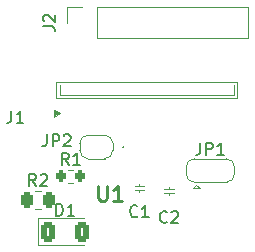
<source format=gto>
%TF.GenerationSoftware,KiCad,Pcbnew,(6.0.10)*%
%TF.CreationDate,2023-02-17T01:50:08+01:00*%
%TF.ProjectId,haut,68617574-2e6b-4696-9361-645f70636258,rev?*%
%TF.SameCoordinates,Original*%
%TF.FileFunction,Legend,Top*%
%TF.FilePolarity,Positive*%
%FSLAX46Y46*%
G04 Gerber Fmt 4.6, Leading zero omitted, Abs format (unit mm)*
G04 Created by KiCad (PCBNEW (6.0.10)) date 2023-02-17 01:50:08*
%MOMM*%
%LPD*%
G01*
G04 APERTURE LIST*
G04 Aperture macros list*
%AMRoundRect*
0 Rectangle with rounded corners*
0 $1 Rounding radius*
0 $2 $3 $4 $5 $6 $7 $8 $9 X,Y pos of 4 corners*
0 Add a 4 corners polygon primitive as box body*
4,1,4,$2,$3,$4,$5,$6,$7,$8,$9,$2,$3,0*
0 Add four circle primitives for the rounded corners*
1,1,$1+$1,$2,$3*
1,1,$1+$1,$4,$5*
1,1,$1+$1,$6,$7*
1,1,$1+$1,$8,$9*
0 Add four rect primitives between the rounded corners*
20,1,$1+$1,$2,$3,$4,$5,0*
20,1,$1+$1,$4,$5,$6,$7,0*
20,1,$1+$1,$6,$7,$8,$9,0*
20,1,$1+$1,$8,$9,$2,$3,0*%
%AMFreePoly0*
4,1,22,0.500000,-0.750000,0.000000,-0.750000,0.000000,-0.745033,-0.079941,-0.743568,-0.215256,-0.701293,-0.333266,-0.622738,-0.424486,-0.514219,-0.481581,-0.384460,-0.499164,-0.250000,-0.500000,-0.250000,-0.500000,0.250000,-0.499164,0.250000,-0.499963,0.256109,-0.478152,0.396186,-0.417904,0.524511,-0.324060,0.630769,-0.204165,0.706417,-0.067858,0.745374,0.000000,0.744959,0.000000,0.750000,
0.500000,0.750000,0.500000,-0.750000,0.500000,-0.750000,$1*%
%AMFreePoly1*
4,1,20,0.000000,0.744959,0.073905,0.744508,0.209726,0.703889,0.328688,0.626782,0.421226,0.519385,0.479903,0.390333,0.500000,0.250000,0.500000,-0.250000,0.499851,-0.262216,0.476331,-0.402017,0.414519,-0.529596,0.319384,-0.634700,0.198574,-0.708877,0.061801,-0.746166,0.000000,-0.745033,0.000000,-0.750000,-0.500000,-0.750000,-0.500000,0.750000,0.000000,0.750000,0.000000,0.744959,
0.000000,0.744959,$1*%
%AMFreePoly2*
4,1,22,0.550000,-0.750000,0.000000,-0.750000,0.000000,-0.745033,-0.079941,-0.743568,-0.215256,-0.701293,-0.333266,-0.622738,-0.424486,-0.514219,-0.481581,-0.384460,-0.499164,-0.250000,-0.500000,-0.250000,-0.500000,0.250000,-0.499164,0.250000,-0.499963,0.256109,-0.478152,0.396186,-0.417904,0.524511,-0.324060,0.630769,-0.204165,0.706417,-0.067858,0.745374,0.000000,0.744959,0.000000,0.750000,
0.550000,0.750000,0.550000,-0.750000,0.550000,-0.750000,$1*%
%AMFreePoly3*
4,1,20,0.000000,0.744959,0.073905,0.744508,0.209726,0.703889,0.328688,0.626782,0.421226,0.519385,0.479903,0.390333,0.500000,0.250000,0.500000,-0.250000,0.499851,-0.262216,0.476331,-0.402017,0.414519,-0.529596,0.319384,-0.634700,0.198574,-0.708877,0.061801,-0.746166,0.000000,-0.745033,0.000000,-0.750000,-0.550000,-0.750000,-0.550000,0.750000,0.000000,0.750000,0.000000,0.744959,
0.000000,0.744959,$1*%
G04 Aperture macros list end*
%ADD10C,0.150000*%
%ADD11C,0.254000*%
%ADD12C,0.120000*%
%ADD13C,0.200000*%
%ADD14FreePoly0,180.000000*%
%ADD15FreePoly1,180.000000*%
%ADD16R,1.250000X0.500000*%
%ADD17R,1.700000X1.700000*%
%ADD18O,1.700000X1.700000*%
%ADD19RoundRect,0.200000X-0.200000X-0.275000X0.200000X-0.275000X0.200000X0.275000X-0.200000X0.275000X0*%
%ADD20FreePoly2,0.000000*%
%ADD21R,1.000000X1.500000*%
%ADD22FreePoly3,0.000000*%
%ADD23C,3.000000*%
%ADD24R,0.475000X0.250000*%
%ADD25R,0.250000X0.475000*%
%ADD26RoundRect,0.250000X-0.262500X-0.450000X0.262500X-0.450000X0.262500X0.450000X-0.262500X0.450000X0*%
%ADD27R,2.000000X1.600000*%
%ADD28R,0.500000X1.750000*%
%ADD29RoundRect,0.250000X-0.375000X-0.625000X0.375000X-0.625000X0.375000X0.625000X-0.375000X0.625000X0*%
G04 APERTURE END LIST*
D10*
%TO.C,JP2*%
X92666666Y-82952380D02*
X92666666Y-83666666D01*
X92619047Y-83809523D01*
X92523809Y-83904761D01*
X92380952Y-83952380D01*
X92285714Y-83952380D01*
X93142857Y-83952380D02*
X93142857Y-82952380D01*
X93523809Y-82952380D01*
X93619047Y-83000000D01*
X93666666Y-83047619D01*
X93714285Y-83142857D01*
X93714285Y-83285714D01*
X93666666Y-83380952D01*
X93619047Y-83428571D01*
X93523809Y-83476190D01*
X93142857Y-83476190D01*
X94095238Y-83047619D02*
X94142857Y-83000000D01*
X94238095Y-82952380D01*
X94476190Y-82952380D01*
X94571428Y-83000000D01*
X94619047Y-83047619D01*
X94666666Y-83142857D01*
X94666666Y-83238095D01*
X94619047Y-83380952D01*
X94047619Y-83952380D01*
X94666666Y-83952380D01*
%TO.C,C1*%
X100333333Y-89857142D02*
X100285714Y-89904761D01*
X100142857Y-89952380D01*
X100047619Y-89952380D01*
X99904761Y-89904761D01*
X99809523Y-89809523D01*
X99761904Y-89714285D01*
X99714285Y-89523809D01*
X99714285Y-89380952D01*
X99761904Y-89190476D01*
X99809523Y-89095238D01*
X99904761Y-89000000D01*
X100047619Y-88952380D01*
X100142857Y-88952380D01*
X100285714Y-89000000D01*
X100333333Y-89047619D01*
X101285714Y-89952380D02*
X100714285Y-89952380D01*
X101000000Y-89952380D02*
X101000000Y-88952380D01*
X100904761Y-89095238D01*
X100809523Y-89190476D01*
X100714285Y-89238095D01*
%TO.C,C2*%
X102833333Y-90357142D02*
X102785714Y-90404761D01*
X102642857Y-90452380D01*
X102547619Y-90452380D01*
X102404761Y-90404761D01*
X102309523Y-90309523D01*
X102261904Y-90214285D01*
X102214285Y-90023809D01*
X102214285Y-89880952D01*
X102261904Y-89690476D01*
X102309523Y-89595238D01*
X102404761Y-89500000D01*
X102547619Y-89452380D01*
X102642857Y-89452380D01*
X102785714Y-89500000D01*
X102833333Y-89547619D01*
X103214285Y-89547619D02*
X103261904Y-89500000D01*
X103357142Y-89452380D01*
X103595238Y-89452380D01*
X103690476Y-89500000D01*
X103738095Y-89547619D01*
X103785714Y-89642857D01*
X103785714Y-89738095D01*
X103738095Y-89880952D01*
X103166666Y-90452380D01*
X103785714Y-90452380D01*
%TO.C,J2*%
X92357380Y-73808333D02*
X93071666Y-73808333D01*
X93214523Y-73855952D01*
X93309761Y-73951190D01*
X93357380Y-74094047D01*
X93357380Y-74189285D01*
X92452619Y-73379761D02*
X92405000Y-73332142D01*
X92357380Y-73236904D01*
X92357380Y-72998809D01*
X92405000Y-72903571D01*
X92452619Y-72855952D01*
X92547857Y-72808333D01*
X92643095Y-72808333D01*
X92785952Y-72855952D01*
X93357380Y-73427380D01*
X93357380Y-72808333D01*
%TO.C,R1*%
X94508333Y-85522380D02*
X94175000Y-85046190D01*
X93936904Y-85522380D02*
X93936904Y-84522380D01*
X94317857Y-84522380D01*
X94413095Y-84570000D01*
X94460714Y-84617619D01*
X94508333Y-84712857D01*
X94508333Y-84855714D01*
X94460714Y-84950952D01*
X94413095Y-84998571D01*
X94317857Y-85046190D01*
X93936904Y-85046190D01*
X95460714Y-85522380D02*
X94889285Y-85522380D01*
X95175000Y-85522380D02*
X95175000Y-84522380D01*
X95079761Y-84665238D01*
X94984523Y-84760476D01*
X94889285Y-84808095D01*
%TO.C,JP1*%
X105666666Y-83652380D02*
X105666666Y-84366666D01*
X105619047Y-84509523D01*
X105523809Y-84604761D01*
X105380952Y-84652380D01*
X105285714Y-84652380D01*
X106142857Y-84652380D02*
X106142857Y-83652380D01*
X106523809Y-83652380D01*
X106619047Y-83700000D01*
X106666666Y-83747619D01*
X106714285Y-83842857D01*
X106714285Y-83985714D01*
X106666666Y-84080952D01*
X106619047Y-84128571D01*
X106523809Y-84176190D01*
X106142857Y-84176190D01*
X107666666Y-84652380D02*
X107095238Y-84652380D01*
X107380952Y-84652380D02*
X107380952Y-83652380D01*
X107285714Y-83795238D01*
X107190476Y-83890476D01*
X107095238Y-83938095D01*
D11*
%TO.C,U1*%
X97032380Y-87304523D02*
X97032380Y-88332619D01*
X97092857Y-88453571D01*
X97153333Y-88514047D01*
X97274285Y-88574523D01*
X97516190Y-88574523D01*
X97637142Y-88514047D01*
X97697619Y-88453571D01*
X97758095Y-88332619D01*
X97758095Y-87304523D01*
X99028095Y-88574523D02*
X98302380Y-88574523D01*
X98665238Y-88574523D02*
X98665238Y-87304523D01*
X98544285Y-87485952D01*
X98423333Y-87606904D01*
X98302380Y-87667380D01*
D10*
%TO.C,R2*%
X91745833Y-87302380D02*
X91412500Y-86826190D01*
X91174404Y-87302380D02*
X91174404Y-86302380D01*
X91555357Y-86302380D01*
X91650595Y-86350000D01*
X91698214Y-86397619D01*
X91745833Y-86492857D01*
X91745833Y-86635714D01*
X91698214Y-86730952D01*
X91650595Y-86778571D01*
X91555357Y-86826190D01*
X91174404Y-86826190D01*
X92126785Y-86397619D02*
X92174404Y-86350000D01*
X92269642Y-86302380D01*
X92507738Y-86302380D01*
X92602976Y-86350000D01*
X92650595Y-86397619D01*
X92698214Y-86492857D01*
X92698214Y-86588095D01*
X92650595Y-86730952D01*
X92079166Y-87302380D01*
X92698214Y-87302380D01*
%TO.C,J1*%
X89666666Y-80952380D02*
X89666666Y-81666666D01*
X89619047Y-81809523D01*
X89523809Y-81904761D01*
X89380952Y-81952380D01*
X89285714Y-81952380D01*
X90666666Y-81952380D02*
X90095238Y-81952380D01*
X90380952Y-81952380D02*
X90380952Y-80952380D01*
X90285714Y-81095238D01*
X90190476Y-81190476D01*
X90095238Y-81238095D01*
%TO.C,D1*%
X93461904Y-89832380D02*
X93461904Y-88832380D01*
X93700000Y-88832380D01*
X93842857Y-88880000D01*
X93938095Y-88975238D01*
X93985714Y-89070476D01*
X94033333Y-89260952D01*
X94033333Y-89403809D01*
X93985714Y-89594285D01*
X93938095Y-89689523D01*
X93842857Y-89784761D01*
X93700000Y-89832380D01*
X93461904Y-89832380D01*
X94985714Y-89832380D02*
X94414285Y-89832380D01*
X94700000Y-89832380D02*
X94700000Y-88832380D01*
X94604761Y-88975238D01*
X94509523Y-89070476D01*
X94414285Y-89118095D01*
D12*
%TO.C,JP2*%
X96150000Y-83000000D02*
X97550000Y-83000000D01*
X97550000Y-85000000D02*
X96150000Y-85000000D01*
X98250000Y-83700000D02*
X98250000Y-84300000D01*
X95450000Y-84300000D02*
X95450000Y-83700000D01*
X96150000Y-83000000D02*
G75*
G03*
X95450000Y-83700000I0J-700000D01*
G01*
X95450000Y-84300000D02*
G75*
G03*
X96150000Y-85000000I700000J0D01*
G01*
X98250000Y-83700000D02*
G75*
G03*
X97550000Y-83000000I-699999J1D01*
G01*
X97550000Y-85000000D02*
G75*
G03*
X98250000Y-84300000I1J699999D01*
G01*
%TO.C,C1*%
X100900000Y-87650000D02*
X100100000Y-87650000D01*
X100900000Y-87350000D02*
X100100000Y-87350000D01*
X100500000Y-87650000D02*
X100500000Y-87850000D01*
X100500000Y-87150000D02*
X100500000Y-87350000D01*
%TO.C,C2*%
X103000000Y-87400000D02*
X103000000Y-87600000D01*
X103000000Y-87900000D02*
X103000000Y-88100000D01*
X103400000Y-87600000D02*
X102600000Y-87600000D01*
X103400000Y-87900000D02*
X102600000Y-87900000D01*
%TO.C,J2*%
X109705000Y-74805000D02*
X109705000Y-72145000D01*
X96945000Y-72145000D02*
X109705000Y-72145000D01*
X94345000Y-73475000D02*
X94345000Y-72145000D01*
X96945000Y-74805000D02*
X96945000Y-72145000D01*
X94345000Y-72145000D02*
X95675000Y-72145000D01*
X96945000Y-74805000D02*
X109705000Y-74805000D01*
%TO.C,R1*%
X94437742Y-87022500D02*
X94912258Y-87022500D01*
X94437742Y-85977500D02*
X94912258Y-85977500D01*
%TO.C,JP1*%
X108550000Y-85700000D02*
X108550000Y-86300000D01*
X105300000Y-87200000D02*
X105600000Y-87500000D01*
X104450000Y-86300000D02*
X104450000Y-85700000D01*
X105100000Y-85000000D02*
X107900000Y-85000000D01*
X105300000Y-87200000D02*
X105000000Y-87500000D01*
X107900000Y-87000000D02*
X105100000Y-87000000D01*
X105000000Y-87500000D02*
X105600000Y-87500000D01*
X104450000Y-86300000D02*
G75*
G03*
X105150000Y-87000000I699999J-1D01*
G01*
X107850000Y-87000000D02*
G75*
G03*
X108550000Y-86300000I0J700000D01*
G01*
X108550000Y-85700000D02*
G75*
G03*
X107850000Y-85000000I-700000J0D01*
G01*
X105150000Y-85000000D02*
G75*
G03*
X104450000Y-85700000I-1J-699999D01*
G01*
D13*
%TO.C,U1*%
X99122000Y-84020000D02*
G75*
G03*
X99122000Y-84020000I-27000J0D01*
G01*
D12*
%TO.C,R2*%
X91685436Y-89235000D02*
X92139564Y-89235000D01*
X91685436Y-87765000D02*
X92139564Y-87765000D01*
%TO.C,J1*%
X108500000Y-79595000D02*
X108500000Y-78795000D01*
X93800000Y-78795000D02*
X93800000Y-79595000D01*
X93800000Y-79595000D02*
X108500000Y-79595000D01*
X93400000Y-78495000D02*
X108800000Y-78495000D01*
X108800000Y-78495000D02*
X108800000Y-79895000D01*
X108800000Y-79895000D02*
X93400000Y-79895000D01*
X93400000Y-79895000D02*
X93400000Y-78495000D01*
G36*
X93753460Y-81142924D02*
G01*
X93253460Y-81442924D01*
X93253460Y-80842924D01*
X93753460Y-81142924D01*
G37*
X93753460Y-81142924D02*
X93253460Y-81442924D01*
X93253460Y-80842924D01*
X93753460Y-81142924D01*
%TO.C,D1*%
X91915000Y-90065000D02*
X91915000Y-92335000D01*
X91915000Y-92335000D02*
X95800000Y-92335000D01*
X95800000Y-90065000D02*
X91915000Y-90065000D01*
%TD*%
%LPC*%
D14*
%TO.C,JP2*%
X97500000Y-84000000D03*
D15*
X96200000Y-84000000D03*
%TD*%
D16*
%TO.C,C1*%
X100500000Y-86750000D03*
X100500000Y-88250000D03*
%TD*%
%TO.C,C2*%
X103000000Y-87000000D03*
X103000000Y-88500000D03*
%TD*%
D17*
%TO.C,J2*%
X95675000Y-73475000D03*
D18*
X98215000Y-73475000D03*
X100755000Y-73475000D03*
X103295000Y-73475000D03*
X105835000Y-73475000D03*
X108375000Y-73475000D03*
%TD*%
D19*
%TO.C,R1*%
X93850000Y-86500000D03*
X95500000Y-86500000D03*
%TD*%
D20*
%TO.C,JP1*%
X105200000Y-86000000D03*
D21*
X106500000Y-86000000D03*
D22*
X107800000Y-86000000D03*
%TD*%
D23*
%TO.C,REF\u002A\u002A*%
X116000000Y-77000000D03*
%TD*%
D24*
%TO.C,U1*%
X99837500Y-84250000D03*
X99837500Y-84750000D03*
X99837500Y-85250000D03*
X99837500Y-85750000D03*
D25*
X100500000Y-85912500D03*
X101000000Y-85912500D03*
X101500000Y-85912500D03*
D24*
X102162500Y-85750000D03*
X102162500Y-85250000D03*
X102162500Y-84750000D03*
X102162500Y-84250000D03*
D25*
X101500000Y-84087500D03*
X101000000Y-84087500D03*
X100500000Y-84087500D03*
%TD*%
D26*
%TO.C,R2*%
X91000000Y-88500000D03*
X92825000Y-88500000D03*
%TD*%
D23*
%TO.C,REF\u002A\u002A*%
X86000000Y-90000000D03*
%TD*%
D27*
%TO.C,J1*%
X110000000Y-79195000D03*
X92200000Y-79195000D03*
D28*
X94600000Y-81070000D03*
X95600000Y-77320000D03*
X96600000Y-81070000D03*
X97600000Y-77320000D03*
X98600000Y-81070000D03*
X99600000Y-77320000D03*
X100600000Y-81070000D03*
X101600000Y-77320000D03*
X102600000Y-81070000D03*
X103600000Y-77320000D03*
X104600000Y-81070000D03*
X105600000Y-77320000D03*
X106600000Y-81070000D03*
X107600000Y-77320000D03*
%TD*%
D29*
%TO.C,D1*%
X92800000Y-91200000D03*
X95600000Y-91200000D03*
%TD*%
D23*
%TO.C,REF\u002A\u002A*%
X86000000Y-77000000D03*
%TD*%
%TO.C,REF\u002A\u002A*%
X116000000Y-90000000D03*
%TD*%
M02*

</source>
